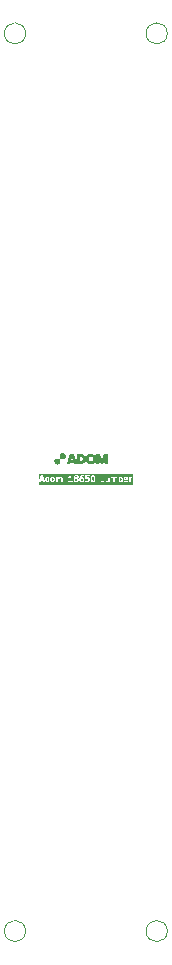
<source format=gbr>
%TF.GenerationSoftware,KiCad,Pcbnew,9.0.4*%
%TF.CreationDate,2025-10-20T17:14:21-05:00*%
%TF.ProjectId,Molecule_18650_Jumper,4d6f6c65-6375-46c6-955f-31383635305f,rev?*%
%TF.SameCoordinates,Original*%
%TF.FileFunction,Legend,Top*%
%TF.FilePolarity,Positive*%
%FSLAX46Y46*%
G04 Gerber Fmt 4.6, Leading zero omitted, Abs format (unit mm)*
G04 Created by KiCad (PCBNEW 9.0.4) date 2025-10-20 17:14:21*
%MOMM*%
%LPD*%
G01*
G04 APERTURE LIST*
%ADD10C,0.125000*%
%ADD11C,0.000000*%
%ADD12C,0.050000*%
%ADD13C,1.600000*%
G04 APERTURE END LIST*
D10*
G36*
X10998691Y40325847D02*
G01*
X11008155Y40316382D01*
X11020831Y40291031D01*
X11020831Y40177681D01*
X11008156Y40152331D01*
X10998691Y40142866D01*
X10973339Y40130190D01*
X10907736Y40130190D01*
X10907736Y40338523D01*
X10973339Y40338523D01*
X10998691Y40325847D01*
G37*
G36*
X4782739Y40130190D02*
G01*
X4717135Y40130190D01*
X4691785Y40142865D01*
X4682319Y40152330D01*
X4669644Y40177682D01*
X4669644Y40291031D01*
X4682320Y40316383D01*
X4691784Y40325847D01*
X4717136Y40338523D01*
X4782739Y40338523D01*
X4782739Y40130190D01*
G37*
G36*
X5236789Y40325847D02*
G01*
X5246253Y40316382D01*
X5258929Y40291031D01*
X5258929Y40177681D01*
X5246254Y40152331D01*
X5236789Y40142866D01*
X5211437Y40130190D01*
X5169516Y40130190D01*
X5144166Y40142865D01*
X5134700Y40152330D01*
X5122025Y40177682D01*
X5122025Y40291031D01*
X5134701Y40316383D01*
X5144165Y40325847D01*
X5169517Y40338523D01*
X5211437Y40338523D01*
X5236789Y40325847D01*
G37*
G36*
X7236788Y40278228D02*
G01*
X7246253Y40268762D01*
X7258929Y40243412D01*
X7258929Y40177681D01*
X7246254Y40152332D01*
X7236788Y40142866D01*
X7211437Y40130190D01*
X7145706Y40130190D01*
X7120356Y40142865D01*
X7110890Y40152330D01*
X7098215Y40177682D01*
X7098215Y40243412D01*
X7110891Y40268764D01*
X7120355Y40278228D01*
X7145707Y40290904D01*
X7211437Y40290904D01*
X7236788Y40278228D01*
G37*
G36*
X7236788Y40492513D02*
G01*
X7246254Y40483047D01*
X7257504Y40460547D01*
X7246254Y40438046D01*
X7236788Y40428580D01*
X7211437Y40415904D01*
X7145706Y40415904D01*
X7120356Y40428579D01*
X7110890Y40438044D01*
X7099639Y40460547D01*
X7110890Y40483049D01*
X7120356Y40492514D01*
X7145706Y40505190D01*
X7211437Y40505190D01*
X7236788Y40492513D01*
G37*
G36*
X7712978Y40302037D02*
G01*
X7722444Y40292571D01*
X7735119Y40267222D01*
X7735119Y40177681D01*
X7722444Y40152332D01*
X7712978Y40142866D01*
X7687627Y40130190D01*
X7621896Y40130190D01*
X7596546Y40142865D01*
X7587080Y40152330D01*
X7574405Y40177682D01*
X7574405Y40267222D01*
X7587080Y40292573D01*
X7596546Y40302038D01*
X7621896Y40314714D01*
X7687627Y40314714D01*
X7712978Y40302037D01*
G37*
G36*
X8641549Y40492513D02*
G01*
X8651014Y40483048D01*
X8667218Y40450639D01*
X8687499Y40369518D01*
X8687499Y40265861D01*
X8667218Y40184740D01*
X8651014Y40152331D01*
X8641549Y40142866D01*
X8616197Y40130190D01*
X8598085Y40130190D01*
X8572736Y40142864D01*
X8563270Y40152330D01*
X8547064Y40184740D01*
X8526785Y40265859D01*
X8526785Y40369520D01*
X8547064Y40450639D01*
X8563270Y40483049D01*
X8572736Y40492515D01*
X8598085Y40505190D01*
X8616197Y40505190D01*
X8641549Y40492513D01*
G37*
G36*
X11440071Y40331347D02*
G01*
X11336308Y40310594D01*
X11336308Y40314841D01*
X11344202Y40330629D01*
X11359990Y40338523D01*
X11425720Y40338523D01*
X11440071Y40331347D01*
G37*
G36*
X4329954Y40273047D02*
G01*
X4265287Y40273047D01*
X4297620Y40370046D01*
X4329954Y40273047D01*
G37*
G36*
X11989287Y39780781D02*
G01*
X4006112Y39780781D01*
X4006112Y40063259D01*
X4068612Y40063259D01*
X4090004Y40020475D01*
X4135385Y40005348D01*
X4178169Y40026740D01*
X4190247Y40047926D01*
X4223621Y40148047D01*
X4371620Y40148047D01*
X4404994Y40047926D01*
X4417072Y40026740D01*
X4459856Y40005348D01*
X4505237Y40020475D01*
X4526629Y40063259D01*
X4523580Y40087455D01*
X4450803Y40305785D01*
X4544644Y40305785D01*
X4544644Y40162928D01*
X4545254Y40159858D01*
X4544801Y40158498D01*
X4547448Y40148831D01*
X4549402Y40139010D01*
X4550415Y40137996D01*
X4551242Y40134978D01*
X4575051Y40087359D01*
X4581193Y40079444D01*
X4586760Y40071114D01*
X4610570Y40047305D01*
X4618903Y40041737D01*
X4626812Y40035599D01*
X4674431Y40011788D01*
X4677450Y40010961D01*
X4678464Y40009948D01*
X4688289Y40007993D01*
X4697951Y40005348D01*
X4699310Y40005801D01*
X4702382Y40005190D01*
X4797620Y40005190D01*
X4800691Y40005801D01*
X4802051Y40005348D01*
X4811707Y40007992D01*
X4821538Y40009948D01*
X4869157Y40009948D01*
X4902981Y40043772D01*
X4907739Y40067690D01*
X4907739Y40305785D01*
X4997025Y40305785D01*
X4997025Y40162928D01*
X4997635Y40159858D01*
X4997182Y40158498D01*
X4999829Y40148831D01*
X5001783Y40139010D01*
X5002796Y40137996D01*
X5003623Y40134978D01*
X5027432Y40087359D01*
X5033574Y40079444D01*
X5039141Y40071114D01*
X5062951Y40047305D01*
X5071284Y40041737D01*
X5079193Y40035599D01*
X5126812Y40011788D01*
X5129831Y40010961D01*
X5130845Y40009948D01*
X5140670Y40007993D01*
X5150332Y40005348D01*
X5151691Y40005801D01*
X5154763Y40005190D01*
X5226191Y40005190D01*
X5229262Y40005801D01*
X5230622Y40005348D01*
X5240278Y40007992D01*
X5250109Y40009948D01*
X5251123Y40010962D01*
X5254142Y40011789D01*
X5301761Y40035599D01*
X5309669Y40041737D01*
X5318003Y40047305D01*
X5341813Y40071114D01*
X5347377Y40079441D01*
X5353522Y40087359D01*
X5377331Y40134977D01*
X5378157Y40137996D01*
X5379171Y40139010D01*
X5381125Y40148837D01*
X5383771Y40158498D01*
X5383318Y40159856D01*
X5383929Y40162928D01*
X5383929Y40305785D01*
X5383318Y40308856D01*
X5383771Y40310215D01*
X5381125Y40319875D01*
X5379171Y40329703D01*
X5378157Y40330716D01*
X5377331Y40333736D01*
X5353522Y40381354D01*
X5347377Y40389271D01*
X5341814Y40397598D01*
X5338389Y40401023D01*
X5473215Y40401023D01*
X5473215Y40067690D01*
X5477973Y40043772D01*
X5511797Y40009948D01*
X5559633Y40009948D01*
X5593457Y40043772D01*
X5598215Y40067690D01*
X5598215Y40326681D01*
X5621898Y40338523D01*
X5663818Y40338523D01*
X5679607Y40330628D01*
X5687501Y40314841D01*
X5687501Y40067690D01*
X5692259Y40043772D01*
X5726083Y40009948D01*
X5773919Y40009948D01*
X5807743Y40043772D01*
X5812501Y40067690D01*
X5812501Y40314841D01*
X5820395Y40330629D01*
X5836183Y40338523D01*
X5878104Y40338523D01*
X5893893Y40330628D01*
X5901787Y40314841D01*
X5901787Y40067690D01*
X5906545Y40043772D01*
X5940369Y40009948D01*
X5988205Y40009948D01*
X6022029Y40043772D01*
X6026787Y40067690D01*
X6026787Y40329595D01*
X6026175Y40332666D01*
X6026629Y40334026D01*
X6023983Y40343687D01*
X6022029Y40353513D01*
X6021015Y40354526D01*
X6020189Y40357546D01*
X5996378Y40405165D01*
X5988748Y40414995D01*
X5987692Y40418164D01*
X5984807Y40420403D01*
X6497182Y40420403D01*
X6518575Y40377617D01*
X6563955Y40362490D01*
X6587475Y40368931D01*
X6635094Y40392740D01*
X6639882Y40396456D01*
X6639882Y40130190D01*
X6559525Y40130190D01*
X6535607Y40125432D01*
X6501783Y40091608D01*
X6501783Y40043772D01*
X6535607Y40009948D01*
X6559525Y40005190D01*
X6845239Y40005190D01*
X6869157Y40009948D01*
X6902981Y40043772D01*
X6902981Y40091608D01*
X6869157Y40125432D01*
X6845239Y40130190D01*
X6764882Y40130190D01*
X6764882Y40472452D01*
X6973215Y40472452D01*
X6973215Y40448642D01*
X6973825Y40445572D01*
X6973372Y40444212D01*
X6976019Y40434545D01*
X6977973Y40424724D01*
X6978986Y40423710D01*
X6979813Y40420692D01*
X7003622Y40373073D01*
X7009764Y40365158D01*
X7015331Y40356828D01*
X7018755Y40353404D01*
X7015330Y40349979D01*
X7009765Y40341650D01*
X7003622Y40333735D01*
X6979813Y40286116D01*
X6978986Y40283097D01*
X6977973Y40282084D01*
X6976019Y40272262D01*
X6973372Y40262596D01*
X6973825Y40261235D01*
X6973215Y40258166D01*
X6973215Y40162928D01*
X6973825Y40159858D01*
X6973372Y40158498D01*
X6976019Y40148831D01*
X6977973Y40139010D01*
X6978986Y40137996D01*
X6979813Y40134978D01*
X7003622Y40087359D01*
X7009764Y40079444D01*
X7015331Y40071114D01*
X7039141Y40047305D01*
X7047474Y40041737D01*
X7055383Y40035599D01*
X7103002Y40011788D01*
X7106021Y40010961D01*
X7107035Y40009948D01*
X7116860Y40007993D01*
X7126522Y40005348D01*
X7127881Y40005801D01*
X7130953Y40005190D01*
X7226191Y40005190D01*
X7229262Y40005801D01*
X7230622Y40005348D01*
X7240278Y40007992D01*
X7250109Y40009948D01*
X7251123Y40010962D01*
X7254142Y40011789D01*
X7301761Y40035599D01*
X7309672Y40041739D01*
X7318004Y40047306D01*
X7341813Y40071115D01*
X7347379Y40079446D01*
X7353520Y40087358D01*
X7377331Y40134977D01*
X7378157Y40137996D01*
X7379171Y40139010D01*
X7381125Y40148835D01*
X7383771Y40158497D01*
X7383317Y40159856D01*
X7383929Y40162928D01*
X7383929Y40258166D01*
X7383317Y40261237D01*
X7383771Y40262597D01*
X7381125Y40272258D01*
X7379171Y40282084D01*
X7378157Y40283097D01*
X7377331Y40286117D01*
X7353520Y40333736D01*
X7347381Y40341644D01*
X7341814Y40349978D01*
X7338388Y40353404D01*
X7449405Y40353404D01*
X7449405Y40162928D01*
X7450015Y40159858D01*
X7449562Y40158498D01*
X7452209Y40148831D01*
X7454163Y40139010D01*
X7455176Y40137996D01*
X7456003Y40134978D01*
X7479812Y40087359D01*
X7485954Y40079444D01*
X7491521Y40071114D01*
X7515331Y40047305D01*
X7523664Y40041737D01*
X7531573Y40035599D01*
X7579192Y40011788D01*
X7582211Y40010961D01*
X7583225Y40009948D01*
X7593050Y40007993D01*
X7602712Y40005348D01*
X7604071Y40005801D01*
X7607143Y40005190D01*
X7702381Y40005190D01*
X7705452Y40005801D01*
X7706812Y40005348D01*
X7716468Y40007992D01*
X7726299Y40009948D01*
X7727313Y40010962D01*
X7730332Y40011789D01*
X7777951Y40035599D01*
X7785862Y40041739D01*
X7794194Y40047306D01*
X7818003Y40071115D01*
X7823569Y40079446D01*
X7829710Y40087358D01*
X7853521Y40134977D01*
X7854347Y40137996D01*
X7855361Y40139010D01*
X7857315Y40148835D01*
X7859961Y40158497D01*
X7859507Y40159856D01*
X7860119Y40162928D01*
X7860119Y40281976D01*
X7859507Y40285047D01*
X7859961Y40286407D01*
X7857315Y40296068D01*
X7855361Y40305894D01*
X7854347Y40306907D01*
X7853521Y40309927D01*
X7840577Y40335814D01*
X7925905Y40335814D01*
X7928260Y40311541D01*
X7930353Y40308982D01*
X7930353Y40305678D01*
X7945222Y40290808D01*
X7958550Y40274519D01*
X7961841Y40274189D01*
X7964178Y40271853D01*
X7985215Y40271853D01*
X8006149Y40269760D01*
X8008707Y40271853D01*
X8012012Y40271853D01*
X8032289Y40285401D01*
X8048927Y40302039D01*
X8074276Y40314714D01*
X8163817Y40314714D01*
X8189168Y40302037D01*
X8198634Y40292571D01*
X8211309Y40267222D01*
X8211309Y40177681D01*
X8198634Y40152332D01*
X8189168Y40142866D01*
X8163817Y40130190D01*
X8074276Y40130190D01*
X8048927Y40142864D01*
X8032289Y40159503D01*
X8012012Y40173051D01*
X7964178Y40173051D01*
X7930353Y40139226D01*
X7930353Y40091392D01*
X7943901Y40071115D01*
X7967710Y40047306D01*
X7976041Y40041739D01*
X7983953Y40035599D01*
X8031572Y40011788D01*
X8034591Y40010961D01*
X8035605Y40009948D01*
X8045430Y40007993D01*
X8055092Y40005348D01*
X8056451Y40005801D01*
X8059523Y40005190D01*
X8178571Y40005190D01*
X8181642Y40005801D01*
X8183002Y40005348D01*
X8192658Y40007992D01*
X8202489Y40009948D01*
X8203503Y40010962D01*
X8206522Y40011789D01*
X8254141Y40035599D01*
X8262052Y40041739D01*
X8270384Y40047306D01*
X8294193Y40071115D01*
X8299759Y40079446D01*
X8305900Y40087358D01*
X8329711Y40134977D01*
X8330537Y40137996D01*
X8331551Y40139010D01*
X8333505Y40148835D01*
X8336151Y40158497D01*
X8335697Y40159856D01*
X8336309Y40162928D01*
X8336309Y40281976D01*
X8335697Y40285047D01*
X8336151Y40286407D01*
X8333505Y40296068D01*
X8331551Y40305894D01*
X8330537Y40306907D01*
X8329711Y40309927D01*
X8305900Y40357546D01*
X8299759Y40365457D01*
X8294193Y40373789D01*
X8290768Y40377214D01*
X8401785Y40377214D01*
X8401785Y40258166D01*
X8403278Y40250656D01*
X8403651Y40243008D01*
X8427460Y40147770D01*
X8430385Y40141577D01*
X8432193Y40134977D01*
X8456003Y40087358D01*
X8462143Y40079446D01*
X8467710Y40071115D01*
X8491519Y40047306D01*
X8499850Y40041739D01*
X8507762Y40035599D01*
X8555381Y40011788D01*
X8558400Y40010961D01*
X8559414Y40009948D01*
X8569239Y40007993D01*
X8578901Y40005348D01*
X8580260Y40005801D01*
X8583332Y40005190D01*
X8630951Y40005190D01*
X8634022Y40005801D01*
X8635382Y40005348D01*
X8645038Y40007992D01*
X8654869Y40009948D01*
X8655883Y40010962D01*
X8658902Y40011789D01*
X8706521Y40035599D01*
X8714429Y40041737D01*
X8722763Y40047305D01*
X8746573Y40071114D01*
X8752137Y40079441D01*
X8758282Y40087359D01*
X8760407Y40091608D01*
X9239875Y40091608D01*
X9239875Y40043772D01*
X9273699Y40009948D01*
X9297617Y40005190D01*
X9345236Y40005190D01*
X9355061Y40007144D01*
X9365000Y40008397D01*
X9436430Y40032207D01*
X9439151Y40033758D01*
X9440582Y40033758D01*
X9448904Y40039318D01*
X9457616Y40044285D01*
X9458257Y40045567D01*
X9460859Y40047306D01*
X9508478Y40094925D01*
X9510216Y40097527D01*
X9511500Y40098169D01*
X9516465Y40106879D01*
X9522026Y40115202D01*
X9522026Y40116634D01*
X9523577Y40119355D01*
X9547386Y40190783D01*
X9548639Y40200726D01*
X9550593Y40210547D01*
X9550593Y40401023D01*
X9663688Y40401023D01*
X9663688Y40139119D01*
X9664299Y40136047D01*
X9663846Y40134688D01*
X9666490Y40125031D01*
X9668446Y40115201D01*
X9669460Y40114186D01*
X9670287Y40111168D01*
X9694097Y40063549D01*
X9701725Y40053719D01*
X9702782Y40050551D01*
X9706310Y40047812D01*
X9709049Y40044284D01*
X9712217Y40043227D01*
X9722047Y40035599D01*
X9769666Y40011788D01*
X9772685Y40010961D01*
X9773699Y40009948D01*
X9783524Y40007993D01*
X9793186Y40005348D01*
X9794545Y40005801D01*
X9797617Y40005190D01*
X9869045Y40005190D01*
X9872116Y40005801D01*
X9873476Y40005348D01*
X9883132Y40007992D01*
X9892963Y40009948D01*
X9893977Y40010962D01*
X9896996Y40011789D01*
X9908808Y40017695D01*
X9916556Y40009948D01*
X9964392Y40009948D01*
X9998216Y40043772D01*
X10002974Y40067690D01*
X10002974Y40401023D01*
X10116069Y40401023D01*
X10116069Y40067690D01*
X10120827Y40043772D01*
X10154651Y40009948D01*
X10202487Y40009948D01*
X10236311Y40043772D01*
X10241069Y40067690D01*
X10241069Y40326681D01*
X10264752Y40338523D01*
X10306672Y40338523D01*
X10322461Y40330628D01*
X10330355Y40314841D01*
X10330355Y40067690D01*
X10335113Y40043772D01*
X10368937Y40009948D01*
X10416773Y40009948D01*
X10450597Y40043772D01*
X10455355Y40067690D01*
X10455355Y40314841D01*
X10463249Y40330629D01*
X10479037Y40338523D01*
X10520958Y40338523D01*
X10536747Y40330628D01*
X10544641Y40314841D01*
X10544641Y40067690D01*
X10549399Y40043772D01*
X10583223Y40009948D01*
X10631059Y40009948D01*
X10664883Y40043772D01*
X10669641Y40067690D01*
X10669641Y40329595D01*
X10669029Y40332666D01*
X10669483Y40334026D01*
X10666837Y40343687D01*
X10664883Y40353513D01*
X10663869Y40354526D01*
X10663043Y40357546D01*
X10641303Y40401023D01*
X10782736Y40401023D01*
X10782736Y39901023D01*
X10787494Y39877105D01*
X10821318Y39843281D01*
X10869154Y39843281D01*
X10902978Y39877105D01*
X10907736Y39901023D01*
X10907736Y40005190D01*
X10988093Y40005190D01*
X10991164Y40005801D01*
X10992524Y40005348D01*
X11002180Y40007992D01*
X11012011Y40009948D01*
X11013025Y40010962D01*
X11016044Y40011789D01*
X11063663Y40035599D01*
X11071571Y40041737D01*
X11079905Y40047305D01*
X11103715Y40071114D01*
X11109279Y40079441D01*
X11115424Y40087359D01*
X11139233Y40134977D01*
X11140059Y40137996D01*
X11141073Y40139010D01*
X11143027Y40148837D01*
X11145673Y40158498D01*
X11145220Y40159856D01*
X11145831Y40162928D01*
X11145831Y40305785D01*
X11145220Y40308856D01*
X11145673Y40310215D01*
X11143027Y40319875D01*
X11141094Y40329595D01*
X11211308Y40329595D01*
X11211308Y40139119D01*
X11211918Y40136049D01*
X11211465Y40134689D01*
X11214112Y40125022D01*
X11216066Y40115201D01*
X11217079Y40114187D01*
X11217906Y40111169D01*
X11241715Y40063550D01*
X11249345Y40053719D01*
X11250401Y40050551D01*
X11253928Y40047812D01*
X11256667Y40044285D01*
X11259835Y40043228D01*
X11269666Y40035599D01*
X11317285Y40011788D01*
X11320304Y40010961D01*
X11321318Y40009948D01*
X11331143Y40007993D01*
X11340805Y40005348D01*
X11342164Y40005801D01*
X11345236Y40005190D01*
X11440474Y40005190D01*
X11443545Y40005801D01*
X11444905Y40005348D01*
X11454561Y40007992D01*
X11464392Y40009948D01*
X11465406Y40010962D01*
X11468425Y40011789D01*
X11516044Y40035599D01*
X11535309Y40050551D01*
X11550436Y40095931D01*
X11529042Y40138716D01*
X11483662Y40153842D01*
X11460142Y40147402D01*
X11425720Y40130190D01*
X11359989Y40130190D01*
X11344202Y40138083D01*
X11336308Y40153873D01*
X11336308Y40183119D01*
X11524160Y40220690D01*
X11532690Y40224234D01*
X11535821Y40224234D01*
X11538045Y40226458D01*
X11546680Y40230046D01*
X11556774Y40245187D01*
X11569645Y40258058D01*
X11571469Y40267230D01*
X11573214Y40269847D01*
X11572600Y40272914D01*
X11574403Y40281976D01*
X11574403Y40329595D01*
X11573791Y40332666D01*
X11574245Y40334026D01*
X11571599Y40343687D01*
X11569645Y40353513D01*
X11568631Y40354526D01*
X11567805Y40357546D01*
X11546065Y40401023D01*
X11663688Y40401023D01*
X11663688Y40067690D01*
X11668446Y40043772D01*
X11702270Y40009948D01*
X11750106Y40009948D01*
X11783930Y40043772D01*
X11788688Y40067690D01*
X11788688Y40291031D01*
X11801364Y40316383D01*
X11810829Y40325848D01*
X11836180Y40338523D01*
X11869045Y40338523D01*
X11892963Y40343281D01*
X11926787Y40377105D01*
X11926787Y40424941D01*
X11892963Y40458765D01*
X11869045Y40463523D01*
X11821426Y40463523D01*
X11818354Y40462912D01*
X11816996Y40463365D01*
X11807335Y40460719D01*
X11797508Y40458765D01*
X11796494Y40457751D01*
X11793475Y40456925D01*
X11765789Y40443082D01*
X11750106Y40458765D01*
X11702270Y40458765D01*
X11668446Y40424941D01*
X11663688Y40401023D01*
X11546065Y40401023D01*
X11543994Y40405165D01*
X11536364Y40414995D01*
X11535308Y40418164D01*
X11531780Y40420902D01*
X11529042Y40424430D01*
X11525873Y40425485D01*
X11516043Y40433116D01*
X11468424Y40456925D01*
X11465405Y40457751D01*
X11464392Y40458765D01*
X11454570Y40460718D01*
X11444904Y40463366D01*
X11443543Y40462912D01*
X11440474Y40463523D01*
X11345236Y40463523D01*
X11342164Y40462912D01*
X11340806Y40463365D01*
X11331145Y40460719D01*
X11321318Y40458765D01*
X11320304Y40457751D01*
X11317285Y40456925D01*
X11269667Y40433116D01*
X11259833Y40425484D01*
X11256667Y40424429D01*
X11253930Y40420903D01*
X11250401Y40418164D01*
X11249344Y40414994D01*
X11241715Y40405164D01*
X11217906Y40357545D01*
X11217079Y40354526D01*
X11216066Y40353513D01*
X11214112Y40343691D01*
X11211465Y40334025D01*
X11211918Y40332664D01*
X11211308Y40329595D01*
X11141094Y40329595D01*
X11141073Y40329703D01*
X11140059Y40330716D01*
X11139233Y40333736D01*
X11115424Y40381354D01*
X11109279Y40389271D01*
X11103716Y40397598D01*
X11079906Y40421408D01*
X11071577Y40426972D01*
X11063662Y40433116D01*
X11016043Y40456925D01*
X11013024Y40457751D01*
X11012011Y40458765D01*
X11002189Y40460718D01*
X10992523Y40463366D01*
X10991162Y40462912D01*
X10988093Y40463523D01*
X10892855Y40463523D01*
X10889783Y40462912D01*
X10888425Y40463365D01*
X10878764Y40460719D01*
X10868937Y40458765D01*
X10821318Y40458765D01*
X10787494Y40424941D01*
X10782736Y40401023D01*
X10641303Y40401023D01*
X10639232Y40405165D01*
X10631602Y40414995D01*
X10630546Y40418164D01*
X10627018Y40420902D01*
X10624280Y40424430D01*
X10621111Y40425485D01*
X10611281Y40433116D01*
X10563662Y40456925D01*
X10560643Y40457751D01*
X10559630Y40458765D01*
X10549808Y40460718D01*
X10540142Y40463366D01*
X10538781Y40462912D01*
X10535712Y40463523D01*
X10464283Y40463523D01*
X10461211Y40462912D01*
X10459853Y40463365D01*
X10450192Y40460719D01*
X10440365Y40458765D01*
X10439351Y40457751D01*
X10436332Y40456925D01*
X10392854Y40435186D01*
X10349376Y40456925D01*
X10346357Y40457751D01*
X10345344Y40458765D01*
X10335522Y40460718D01*
X10325856Y40463366D01*
X10324495Y40462912D01*
X10321426Y40463523D01*
X10249998Y40463523D01*
X10246926Y40462912D01*
X10245568Y40463365D01*
X10235907Y40460719D01*
X10226080Y40458765D01*
X10225066Y40457751D01*
X10222047Y40456925D01*
X10210233Y40451018D01*
X10202487Y40458765D01*
X10154651Y40458765D01*
X10120827Y40424941D01*
X10116069Y40401023D01*
X10002974Y40401023D01*
X9998216Y40424941D01*
X9964392Y40458765D01*
X9916556Y40458765D01*
X9882732Y40424941D01*
X9877974Y40401023D01*
X9877974Y40142032D01*
X9854291Y40130190D01*
X9812370Y40130190D01*
X9796583Y40138083D01*
X9788688Y40153872D01*
X9788688Y40401023D01*
X9783930Y40424941D01*
X9750106Y40458765D01*
X9702270Y40458765D01*
X9668446Y40424941D01*
X9663688Y40401023D01*
X9550593Y40401023D01*
X9550593Y40567690D01*
X9545835Y40591608D01*
X9512011Y40625432D01*
X9464175Y40625432D01*
X9430351Y40591608D01*
X9425593Y40567690D01*
X9425593Y40220690D01*
X9409656Y40172879D01*
X9382904Y40146127D01*
X9335093Y40130190D01*
X9297617Y40130190D01*
X9273699Y40125432D01*
X9239875Y40091608D01*
X8760407Y40091608D01*
X8782091Y40134977D01*
X8783898Y40141578D01*
X8786823Y40147769D01*
X8810633Y40243007D01*
X8811005Y40250656D01*
X8812499Y40258166D01*
X8812499Y40377214D01*
X8811005Y40384723D01*
X8810633Y40392373D01*
X8786823Y40487611D01*
X8783898Y40493801D01*
X8782091Y40500403D01*
X8758282Y40548021D01*
X8752137Y40555938D01*
X8746573Y40564266D01*
X8722763Y40588075D01*
X8714429Y40593642D01*
X8706521Y40599781D01*
X8658902Y40623591D01*
X8655883Y40624417D01*
X8654869Y40625432D01*
X8645038Y40627387D01*
X8635382Y40630032D01*
X8634022Y40629578D01*
X8630951Y40630190D01*
X8583332Y40630190D01*
X8580260Y40629578D01*
X8578901Y40630032D01*
X8569239Y40627386D01*
X8559414Y40625432D01*
X8558400Y40624418D01*
X8555381Y40623592D01*
X8507762Y40599781D01*
X8499850Y40593640D01*
X8491519Y40588074D01*
X8467710Y40564265D01*
X8462143Y40555933D01*
X8456003Y40548022D01*
X8432193Y40500403D01*
X8430385Y40493802D01*
X8427460Y40487610D01*
X8403651Y40392372D01*
X8403278Y40384723D01*
X8401785Y40377214D01*
X8290768Y40377214D01*
X8270384Y40397598D01*
X8262052Y40403164D01*
X8254141Y40409305D01*
X8206522Y40433115D01*
X8203503Y40433941D01*
X8202489Y40434956D01*
X8192658Y40436911D01*
X8183002Y40439556D01*
X8181642Y40439102D01*
X8178571Y40439714D01*
X8061919Y40439714D01*
X8068466Y40505190D01*
X8249999Y40505190D01*
X8273917Y40509948D01*
X8307741Y40543772D01*
X8307741Y40591608D01*
X8273917Y40625432D01*
X8249999Y40630190D01*
X8011904Y40630190D01*
X7996949Y40627215D01*
X7993850Y40627525D01*
X7992353Y40626300D01*
X7987986Y40625432D01*
X7973108Y40610554D01*
X7956828Y40597234D01*
X7955529Y40592975D01*
X7954162Y40591608D01*
X7954162Y40588492D01*
X7949714Y40573908D01*
X7925905Y40335814D01*
X7840577Y40335814D01*
X7829710Y40357546D01*
X7823569Y40365457D01*
X7818003Y40373789D01*
X7794194Y40397598D01*
X7785862Y40403164D01*
X7777951Y40409305D01*
X7730332Y40433115D01*
X7727313Y40433941D01*
X7726299Y40434956D01*
X7716468Y40436911D01*
X7706812Y40439556D01*
X7705452Y40439102D01*
X7702381Y40439714D01*
X7607143Y40439714D01*
X7604530Y40439194D01*
X7631901Y40480251D01*
X7644165Y40492514D01*
X7669515Y40505190D01*
X7750000Y40505190D01*
X7773918Y40509948D01*
X7807742Y40543772D01*
X7807742Y40591608D01*
X7773918Y40625432D01*
X7750000Y40630190D01*
X7654762Y40630190D01*
X7651690Y40629578D01*
X7650331Y40630032D01*
X7640669Y40627386D01*
X7630844Y40625432D01*
X7629830Y40624418D01*
X7626811Y40623592D01*
X7579192Y40599781D01*
X7571283Y40593642D01*
X7562950Y40588075D01*
X7539140Y40564266D01*
X7535702Y40559121D01*
X7531330Y40554740D01*
X7483711Y40483311D01*
X7479636Y40473444D01*
X7475080Y40463800D01*
X7451271Y40368562D01*
X7450898Y40360913D01*
X7449405Y40353404D01*
X7338388Y40353404D01*
X7341813Y40356829D01*
X7347379Y40365160D01*
X7353520Y40373072D01*
X7377331Y40420691D01*
X7378157Y40423710D01*
X7379171Y40424724D01*
X7381125Y40434549D01*
X7383771Y40444211D01*
X7383317Y40445570D01*
X7383929Y40448642D01*
X7383929Y40472452D01*
X7383317Y40475523D01*
X7383771Y40476883D01*
X7381125Y40486544D01*
X7379171Y40496370D01*
X7378157Y40497383D01*
X7377331Y40500403D01*
X7353520Y40548022D01*
X7347379Y40555933D01*
X7341813Y40564265D01*
X7318004Y40588074D01*
X7309672Y40593640D01*
X7301761Y40599781D01*
X7254142Y40623591D01*
X7251123Y40624417D01*
X7250109Y40625432D01*
X7240278Y40627387D01*
X7230622Y40630032D01*
X7229262Y40629578D01*
X7226191Y40630190D01*
X7130953Y40630190D01*
X7127881Y40629578D01*
X7126522Y40630032D01*
X7116860Y40627386D01*
X7107035Y40625432D01*
X7106021Y40624418D01*
X7103002Y40623592D01*
X7055383Y40599781D01*
X7047474Y40593642D01*
X7039141Y40588075D01*
X7015331Y40564266D01*
X7009764Y40555935D01*
X7003622Y40548021D01*
X6979813Y40500402D01*
X6978986Y40497383D01*
X6977973Y40496370D01*
X6976019Y40486548D01*
X6973372Y40476882D01*
X6973825Y40475521D01*
X6973215Y40472452D01*
X6764882Y40472452D01*
X6764882Y40567690D01*
X6760124Y40591608D01*
X6755573Y40596158D01*
X6754312Y40602467D01*
X6739170Y40612561D01*
X6726300Y40625432D01*
X6719865Y40625432D01*
X6714510Y40629002D01*
X6696660Y40625432D01*
X6678464Y40625432D01*
X6673915Y40620883D01*
X6667605Y40619621D01*
X6650379Y40602359D01*
X6606191Y40536077D01*
X6570123Y40500009D01*
X6531575Y40480735D01*
X6512309Y40465783D01*
X6497182Y40420403D01*
X5984807Y40420403D01*
X5984164Y40420902D01*
X5981426Y40424430D01*
X5978257Y40425485D01*
X5968427Y40433116D01*
X5920808Y40456925D01*
X5917789Y40457751D01*
X5916776Y40458765D01*
X5906954Y40460718D01*
X5897288Y40463366D01*
X5895927Y40462912D01*
X5892858Y40463523D01*
X5821429Y40463523D01*
X5818357Y40462912D01*
X5816999Y40463365D01*
X5807338Y40460719D01*
X5797511Y40458765D01*
X5796497Y40457751D01*
X5793478Y40456925D01*
X5750000Y40435186D01*
X5706522Y40456925D01*
X5703503Y40457751D01*
X5702490Y40458765D01*
X5692668Y40460718D01*
X5683002Y40463366D01*
X5681641Y40462912D01*
X5678572Y40463523D01*
X5607144Y40463523D01*
X5604072Y40462912D01*
X5602714Y40463365D01*
X5593053Y40460719D01*
X5583226Y40458765D01*
X5582212Y40457751D01*
X5579193Y40456925D01*
X5567379Y40451018D01*
X5559633Y40458765D01*
X5511797Y40458765D01*
X5477973Y40424941D01*
X5473215Y40401023D01*
X5338389Y40401023D01*
X5318004Y40421408D01*
X5309675Y40426972D01*
X5301760Y40433116D01*
X5254141Y40456925D01*
X5251122Y40457751D01*
X5250109Y40458765D01*
X5240287Y40460718D01*
X5230621Y40463366D01*
X5229260Y40462912D01*
X5226191Y40463523D01*
X5154763Y40463523D01*
X5151691Y40462912D01*
X5150333Y40463365D01*
X5140672Y40460719D01*
X5130845Y40458765D01*
X5129831Y40457751D01*
X5126812Y40456925D01*
X5079194Y40433116D01*
X5071276Y40426971D01*
X5062950Y40421408D01*
X5039140Y40397598D01*
X5033575Y40389269D01*
X5027432Y40381354D01*
X5003623Y40333735D01*
X5002796Y40330716D01*
X5001783Y40329703D01*
X4999829Y40319881D01*
X4997182Y40310215D01*
X4997635Y40308854D01*
X4997025Y40305785D01*
X4907739Y40305785D01*
X4907739Y40567690D01*
X4902981Y40591608D01*
X4869157Y40625432D01*
X4821321Y40625432D01*
X4787497Y40591608D01*
X4782739Y40567690D01*
X4782739Y40463523D01*
X4702382Y40463523D01*
X4699310Y40462912D01*
X4697952Y40463365D01*
X4688291Y40460719D01*
X4678464Y40458765D01*
X4677450Y40457751D01*
X4674431Y40456925D01*
X4626813Y40433116D01*
X4618895Y40426971D01*
X4610569Y40421408D01*
X4586759Y40397598D01*
X4581194Y40389269D01*
X4575051Y40381354D01*
X4551242Y40333735D01*
X4550415Y40330716D01*
X4549402Y40329703D01*
X4547448Y40319881D01*
X4544801Y40310215D01*
X4545254Y40308854D01*
X4544644Y40305785D01*
X4450803Y40305785D01*
X4356913Y40587454D01*
X4344835Y40608640D01*
X4340658Y40610728D01*
X4338570Y40614905D01*
X4319775Y40621170D01*
X4302051Y40630032D01*
X4297620Y40628555D01*
X4293189Y40630032D01*
X4275465Y40621170D01*
X4256670Y40614905D01*
X4254581Y40610728D01*
X4250405Y40608640D01*
X4238327Y40587454D01*
X4071661Y40087454D01*
X4068612Y40063259D01*
X4006112Y40063259D01*
X4006112Y40692690D01*
X11989287Y40692690D01*
X11989287Y39780781D01*
G37*
D11*
%TO.C,REF\u002A\u002A*%
G36*
X5800000Y42000000D02*
G01*
X5800345Y41999973D01*
X5800684Y41999930D01*
X5801019Y41999870D01*
X5801347Y41999794D01*
X5801669Y41999703D01*
X5801985Y41999596D01*
X5802293Y41999474D01*
X5802594Y41999338D01*
X5802887Y41999187D01*
X5803172Y41999024D01*
X5803447Y41998847D01*
X5803714Y41998657D01*
X5803970Y41998455D01*
X5804217Y41998241D01*
X5804453Y41998016D01*
X5804678Y41997780D01*
X5804892Y41997534D01*
X5805094Y41997277D01*
X5805284Y41997010D01*
X5805460Y41996735D01*
X5805624Y41996450D01*
X5805774Y41996157D01*
X5805911Y41995856D01*
X5806033Y41995548D01*
X5806140Y41995232D01*
X5806231Y41994910D01*
X5806307Y41994582D01*
X5806367Y41994247D01*
X5806410Y41993908D01*
X5806437Y41993563D01*
X5806445Y41993214D01*
X5806445Y41681937D01*
X5806124Y41672591D01*
X5805422Y41663349D01*
X5804338Y41654223D01*
X5802869Y41645225D01*
X5801014Y41636366D01*
X5798772Y41627659D01*
X5796140Y41619115D01*
X5793118Y41610746D01*
X5789704Y41602563D01*
X5785897Y41594579D01*
X5781694Y41586806D01*
X5777094Y41579255D01*
X5772095Y41571937D01*
X5766697Y41564866D01*
X5760896Y41558052D01*
X5754693Y41551508D01*
X5746595Y41543921D01*
X5738092Y41536944D01*
X5729206Y41530576D01*
X5719959Y41524813D01*
X5710374Y41519652D01*
X5700471Y41515091D01*
X5690273Y41511127D01*
X5679803Y41507756D01*
X5669081Y41504975D01*
X5658131Y41502783D01*
X5646975Y41501175D01*
X5635633Y41500150D01*
X5624130Y41499704D01*
X5612485Y41499834D01*
X5600722Y41500537D01*
X5588863Y41501811D01*
X5576929Y41503653D01*
X5564943Y41506059D01*
X5552926Y41509027D01*
X5540901Y41512554D01*
X5516915Y41521273D01*
X5493160Y41532193D01*
X5469813Y41545291D01*
X5458348Y41552649D01*
X5447050Y41560543D01*
X5435943Y41568970D01*
X5425048Y41577927D01*
X5414387Y41587411D01*
X5403983Y41597419D01*
X5403982Y41597482D01*
X5393980Y41607887D01*
X5384502Y41618548D01*
X5375550Y41629443D01*
X5367128Y41640550D01*
X5359238Y41651847D01*
X5351884Y41663313D01*
X5345068Y41674924D01*
X5338793Y41686660D01*
X5333062Y41698497D01*
X5327878Y41710415D01*
X5323244Y41722390D01*
X5319163Y41734401D01*
X5315637Y41746426D01*
X5312670Y41758442D01*
X5310264Y41770429D01*
X5308423Y41782362D01*
X5307149Y41794222D01*
X5306445Y41805985D01*
X5306314Y41817629D01*
X5306759Y41829133D01*
X5307782Y41840474D01*
X5309388Y41851631D01*
X5311578Y41862581D01*
X5314355Y41873302D01*
X5317723Y41883773D01*
X5321684Y41893970D01*
X5326242Y41903873D01*
X5331398Y41913459D01*
X5337156Y41922706D01*
X5343519Y41931592D01*
X5350490Y41940095D01*
X5358072Y41948193D01*
X5364779Y41954551D01*
X5371771Y41960483D01*
X5379035Y41965991D01*
X5386558Y41971076D01*
X5394327Y41975743D01*
X5402330Y41979991D01*
X5410553Y41983825D01*
X5418984Y41987245D01*
X5427611Y41990255D01*
X5436419Y41992856D01*
X5445396Y41995051D01*
X5454530Y41996842D01*
X5463808Y41998230D01*
X5473217Y41999220D01*
X5482743Y41999812D01*
X5492374Y42000009D01*
X5799651Y42000009D01*
X5800000Y42000000D01*
G37*
G36*
X6000469Y42500056D02*
G01*
X6012232Y42499353D01*
X6024092Y42498079D01*
X6036026Y42496237D01*
X6048012Y42493831D01*
X6060028Y42490863D01*
X6072053Y42487336D01*
X6096039Y42478617D01*
X6119794Y42467697D01*
X6143141Y42454599D01*
X6154607Y42447241D01*
X6165904Y42439347D01*
X6177011Y42430920D01*
X6187906Y42421963D01*
X6198567Y42412480D01*
X6208972Y42402471D01*
X6208972Y42402408D01*
X6218974Y42392003D01*
X6228453Y42381342D01*
X6237404Y42370447D01*
X6245827Y42359340D01*
X6253716Y42348043D01*
X6261071Y42336577D01*
X6267887Y42324966D01*
X6274162Y42313230D01*
X6279892Y42301393D01*
X6285076Y42289475D01*
X6289710Y42277500D01*
X6293792Y42265489D01*
X6297317Y42253464D01*
X6300284Y42241448D01*
X6302690Y42229462D01*
X6304531Y42217528D01*
X6305806Y42205668D01*
X6306510Y42193905D01*
X6306641Y42182261D01*
X6306196Y42170757D01*
X6305172Y42159416D01*
X6303567Y42148259D01*
X6301377Y42137309D01*
X6298599Y42126588D01*
X6295231Y42116117D01*
X6291270Y42105920D01*
X6286713Y42096017D01*
X6281557Y42086431D01*
X6275798Y42077184D01*
X6269435Y42068298D01*
X6262464Y42059795D01*
X6254882Y42051697D01*
X6248175Y42045339D01*
X6241184Y42039407D01*
X6233920Y42033900D01*
X6226397Y42028814D01*
X6218627Y42024148D01*
X6210625Y42019899D01*
X6202401Y42016065D01*
X6193970Y42012645D01*
X6185344Y42009635D01*
X6176536Y42007034D01*
X6167558Y42004839D01*
X6158424Y42003049D01*
X6149146Y42001660D01*
X6139738Y42000670D01*
X6130212Y42000078D01*
X6120580Y41999882D01*
X5813303Y41999882D01*
X5812954Y41999890D01*
X5812610Y41999917D01*
X5812270Y41999960D01*
X5811936Y42000020D01*
X5811607Y42000096D01*
X5811285Y42000188D01*
X5810970Y42000294D01*
X5810661Y42000416D01*
X5810360Y42000553D01*
X5810067Y42000703D01*
X5809783Y42000867D01*
X5809507Y42001044D01*
X5809241Y42001233D01*
X5808984Y42001435D01*
X5808737Y42001649D01*
X5808501Y42001874D01*
X5808276Y42002110D01*
X5808062Y42002357D01*
X5807861Y42002613D01*
X5807671Y42002880D01*
X5807494Y42003156D01*
X5807330Y42003440D01*
X5807180Y42003733D01*
X5807044Y42004034D01*
X5806922Y42004342D01*
X5806815Y42004658D01*
X5806723Y42004980D01*
X5806647Y42005308D01*
X5806587Y42005643D01*
X5806544Y42005982D01*
X5806518Y42006327D01*
X5806509Y42006676D01*
X5806509Y42317953D01*
X5806830Y42327299D01*
X5807532Y42336541D01*
X5808617Y42345667D01*
X5810086Y42354665D01*
X5811941Y42363524D01*
X5814183Y42372231D01*
X5816814Y42380775D01*
X5819836Y42389144D01*
X5823250Y42397327D01*
X5827058Y42405311D01*
X5831261Y42413084D01*
X5835861Y42420635D01*
X5840859Y42427953D01*
X5846258Y42435024D01*
X5852058Y42441838D01*
X5858261Y42448382D01*
X5866359Y42455969D01*
X5874862Y42462946D01*
X5883748Y42469314D01*
X5892995Y42475077D01*
X5902581Y42480238D01*
X5912484Y42484799D01*
X5922681Y42488763D01*
X5933152Y42492134D01*
X5943873Y42494915D01*
X5954823Y42497107D01*
X5965980Y42498715D01*
X5977321Y42499740D01*
X5988825Y42500186D01*
X6000469Y42500056D01*
G37*
G36*
X8435733Y42406109D02*
G01*
X8450883Y42405404D01*
X8465865Y42404238D01*
X8480672Y42402617D01*
X8495300Y42400547D01*
X8509739Y42398035D01*
X8523985Y42395087D01*
X8538031Y42391710D01*
X8551869Y42387911D01*
X8565494Y42383696D01*
X8578898Y42379072D01*
X8592076Y42374044D01*
X8605020Y42368620D01*
X8617724Y42362807D01*
X8630182Y42356610D01*
X8642387Y42350036D01*
X8654332Y42343093D01*
X8666010Y42335785D01*
X8677416Y42328121D01*
X8688543Y42320105D01*
X8699383Y42311746D01*
X8709931Y42303049D01*
X8720179Y42294021D01*
X8730122Y42284669D01*
X8739752Y42274999D01*
X8749064Y42265017D01*
X8758050Y42254731D01*
X8766704Y42244146D01*
X8775019Y42233269D01*
X8782989Y42222107D01*
X8790607Y42210667D01*
X8797867Y42198954D01*
X8797867Y42199081D01*
X8799116Y42197726D01*
X8800395Y42196480D01*
X8801700Y42195340D01*
X8803027Y42194299D01*
X8804370Y42193355D01*
X8805725Y42192502D01*
X8807087Y42191737D01*
X8808452Y42191055D01*
X8809816Y42190452D01*
X8811173Y42189923D01*
X8812519Y42189465D01*
X8813850Y42189072D01*
X8815160Y42188741D01*
X8816446Y42188466D01*
X8817702Y42188245D01*
X8818925Y42188072D01*
X8821250Y42187854D01*
X8823384Y42187777D01*
X8825291Y42187807D01*
X8826933Y42187910D01*
X8828274Y42188050D01*
X8829278Y42188193D01*
X8830125Y42188350D01*
X8830981Y42188574D01*
X8833283Y42189345D01*
X8834851Y42189982D01*
X8836631Y42190811D01*
X8838573Y42191851D01*
X8840626Y42193120D01*
X8842741Y42194637D01*
X8843806Y42195494D01*
X8844868Y42196420D01*
X8845920Y42197418D01*
X8846957Y42198489D01*
X8847971Y42199635D01*
X8848957Y42200860D01*
X8849909Y42202165D01*
X8850820Y42203553D01*
X8851684Y42205027D01*
X8852495Y42206587D01*
X8853246Y42208237D01*
X8853931Y42209980D01*
X8854545Y42211816D01*
X8855080Y42213750D01*
X8855207Y42213242D01*
X8855207Y42361895D01*
X8855248Y42363510D01*
X8855369Y42365104D01*
X8855568Y42366675D01*
X8855844Y42368220D01*
X8856194Y42369738D01*
X8856617Y42371227D01*
X8857110Y42372685D01*
X8857671Y42374110D01*
X8858299Y42375500D01*
X8858991Y42376852D01*
X8859746Y42378166D01*
X8860562Y42379439D01*
X8861436Y42380668D01*
X8862367Y42381853D01*
X8863353Y42382991D01*
X8864391Y42384080D01*
X8865480Y42385119D01*
X8866618Y42386104D01*
X8867803Y42387035D01*
X8869033Y42387910D01*
X8870306Y42388725D01*
X8871619Y42389480D01*
X8872972Y42390173D01*
X8874362Y42390800D01*
X8875786Y42391362D01*
X8877244Y42391855D01*
X8878733Y42392277D01*
X8880251Y42392627D01*
X8881797Y42392903D01*
X8883367Y42393102D01*
X8884961Y42393223D01*
X8886577Y42393264D01*
X9135814Y42393264D01*
X9136983Y42393241D01*
X9138145Y42393173D01*
X9139299Y42393061D01*
X9140443Y42392906D01*
X9141576Y42392707D01*
X9142698Y42392466D01*
X9143807Y42392184D01*
X9144902Y42391861D01*
X9145983Y42391498D01*
X9147047Y42391096D01*
X9148094Y42390655D01*
X9149123Y42390177D01*
X9150134Y42389661D01*
X9151123Y42389109D01*
X9152092Y42388521D01*
X9153038Y42387898D01*
X9153961Y42387241D01*
X9154859Y42386551D01*
X9155732Y42385828D01*
X9156578Y42385072D01*
X9157396Y42384286D01*
X9158185Y42383468D01*
X9158945Y42382621D01*
X9159674Y42381745D01*
X9160371Y42380840D01*
X9161034Y42379907D01*
X9161664Y42378948D01*
X9162258Y42377962D01*
X9162816Y42376950D01*
X9163337Y42375914D01*
X9163819Y42374853D01*
X9164262Y42373770D01*
X9356921Y41875231D01*
X9356947Y41875162D01*
X9356978Y41875098D01*
X9357013Y41875038D01*
X9357052Y41874984D01*
X9357094Y41874934D01*
X9357140Y41874888D01*
X9357189Y41874847D01*
X9357240Y41874811D01*
X9357294Y41874780D01*
X9357351Y41874753D01*
X9357408Y41874730D01*
X9357468Y41874712D01*
X9357528Y41874698D01*
X9357590Y41874689D01*
X9357652Y41874684D01*
X9357715Y41874683D01*
X9357777Y41874687D01*
X9357839Y41874695D01*
X9357901Y41874707D01*
X9357961Y41874723D01*
X9358021Y41874744D01*
X9358079Y41874768D01*
X9358135Y41874797D01*
X9358189Y41874829D01*
X9358241Y41874866D01*
X9358289Y41874906D01*
X9358335Y41874951D01*
X9358378Y41874999D01*
X9358417Y41875052D01*
X9358452Y41875108D01*
X9358482Y41875167D01*
X9358509Y41875231D01*
X9546723Y42373515D01*
X9547648Y42375684D01*
X9548727Y42377755D01*
X9549951Y42379724D01*
X9551312Y42381584D01*
X9552803Y42383329D01*
X9554413Y42384954D01*
X9556136Y42386453D01*
X9557962Y42387819D01*
X9559883Y42389046D01*
X9561892Y42390130D01*
X9563979Y42391063D01*
X9566136Y42391839D01*
X9568354Y42392454D01*
X9570626Y42392900D01*
X9572944Y42393172D01*
X9575297Y42393264D01*
X9823202Y42393264D01*
X9824817Y42393223D01*
X9826411Y42393102D01*
X9827982Y42392903D01*
X9829527Y42392627D01*
X9831045Y42392277D01*
X9832534Y42391855D01*
X9833992Y42391362D01*
X9835417Y42390800D01*
X9836807Y42390173D01*
X9838159Y42389480D01*
X9839473Y42388725D01*
X9840746Y42387910D01*
X9841975Y42387035D01*
X9843160Y42386104D01*
X9844298Y42385119D01*
X9845387Y42384080D01*
X9846426Y42382991D01*
X9847412Y42381853D01*
X9848342Y42380668D01*
X9849217Y42379438D01*
X9850032Y42378166D01*
X9850787Y42376852D01*
X9851480Y42375500D01*
X9852108Y42374110D01*
X9852669Y42372685D01*
X9853162Y42371227D01*
X9853584Y42369738D01*
X9853934Y42368220D01*
X9854210Y42366675D01*
X9854409Y42365104D01*
X9854531Y42363510D01*
X9854571Y42361895D01*
X9854571Y41564970D01*
X9854531Y41563355D01*
X9854409Y41561761D01*
X9854210Y41560190D01*
X9853934Y41558645D01*
X9853584Y41557127D01*
X9853162Y41555638D01*
X9852669Y41554180D01*
X9852108Y41552755D01*
X9851480Y41551366D01*
X9850787Y41550013D01*
X9850032Y41548699D01*
X9849217Y41547427D01*
X9848342Y41546197D01*
X9847412Y41545012D01*
X9846426Y41543874D01*
X9845387Y41542785D01*
X9844298Y41541746D01*
X9843160Y41540761D01*
X9841975Y41539830D01*
X9840746Y41538956D01*
X9839473Y41538140D01*
X9838159Y41537385D01*
X9836807Y41536693D01*
X9835417Y41536065D01*
X9833992Y41535503D01*
X9832534Y41535010D01*
X9831045Y41534588D01*
X9829527Y41534238D01*
X9827982Y41533962D01*
X9826411Y41533763D01*
X9824817Y41533642D01*
X9823202Y41533601D01*
X9629083Y41533601D01*
X9627468Y41533642D01*
X9625874Y41533763D01*
X9624303Y41533962D01*
X9622758Y41534238D01*
X9621239Y41534588D01*
X9619750Y41535010D01*
X9618293Y41535503D01*
X9616868Y41536065D01*
X9615478Y41536693D01*
X9614125Y41537385D01*
X9612812Y41538140D01*
X9611539Y41538956D01*
X9610309Y41539830D01*
X9609124Y41540761D01*
X9607986Y41541746D01*
X9606897Y41542785D01*
X9605859Y41543874D01*
X9604873Y41545012D01*
X9603942Y41546197D01*
X9603068Y41547427D01*
X9602252Y41548699D01*
X9601497Y41550013D01*
X9600805Y41551366D01*
X9600177Y41552755D01*
X9599616Y41554180D01*
X9599123Y41555638D01*
X9598700Y41557127D01*
X9598350Y41558645D01*
X9598075Y41560190D01*
X9597875Y41561761D01*
X9597754Y41563355D01*
X9597714Y41564970D01*
X9597714Y41927110D01*
X9597710Y41927198D01*
X9597698Y41927280D01*
X9597680Y41927358D01*
X9597656Y41927431D01*
X9597625Y41927500D01*
X9597588Y41927564D01*
X9597547Y41927623D01*
X9597500Y41927677D01*
X9597449Y41927726D01*
X9597395Y41927771D01*
X9597336Y41927810D01*
X9597275Y41927844D01*
X9597211Y41927873D01*
X9597144Y41927896D01*
X9597076Y41927915D01*
X9597007Y41927928D01*
X9596937Y41927936D01*
X9596866Y41927938D01*
X9596795Y41927935D01*
X9596724Y41927926D01*
X9596655Y41927911D01*
X9596586Y41927891D01*
X9596519Y41927865D01*
X9596454Y41927834D01*
X9596392Y41927796D01*
X9596333Y41927753D01*
X9596277Y41927703D01*
X9596225Y41927648D01*
X9596177Y41927586D01*
X9596133Y41927519D01*
X9596095Y41927445D01*
X9596063Y41927364D01*
X9468491Y41554239D01*
X9467608Y41551977D01*
X9466562Y41549815D01*
X9465360Y41547759D01*
X9464012Y41545817D01*
X9462527Y41543993D01*
X9460912Y41542295D01*
X9459177Y41540729D01*
X9457331Y41539300D01*
X9455382Y41538016D01*
X9453339Y41536883D01*
X9451211Y41535906D01*
X9449006Y41535093D01*
X9446734Y41534450D01*
X9444403Y41533983D01*
X9442021Y41533698D01*
X9439598Y41533601D01*
X9271324Y41533601D01*
X9270102Y41533625D01*
X9268890Y41533698D01*
X9267690Y41533817D01*
X9266501Y41533983D01*
X9265326Y41534194D01*
X9264164Y41534450D01*
X9263018Y41534750D01*
X9261889Y41535093D01*
X9260777Y41535479D01*
X9259683Y41535906D01*
X9258609Y41536375D01*
X9257555Y41536883D01*
X9256523Y41537430D01*
X9255514Y41538016D01*
X9254528Y41538640D01*
X9253567Y41539300D01*
X9252632Y41539997D01*
X9251724Y41540729D01*
X9250844Y41541495D01*
X9249993Y41542295D01*
X9249172Y41543128D01*
X9248383Y41543993D01*
X9247625Y41544890D01*
X9246901Y41545817D01*
X9246211Y41546774D01*
X9245556Y41547759D01*
X9244938Y41548773D01*
X9244357Y41549815D01*
X9243815Y41550883D01*
X9243313Y41551977D01*
X9242851Y41553095D01*
X9242431Y41554239D01*
X9113653Y41930921D01*
X9113620Y41931006D01*
X9113582Y41931085D01*
X9113539Y41931157D01*
X9113491Y41931222D01*
X9113439Y41931281D01*
X9113383Y41931332D01*
X9113323Y41931378D01*
X9113261Y41931417D01*
X9113196Y41931449D01*
X9113129Y41931476D01*
X9113061Y41931496D01*
X9112991Y41931510D01*
X9112920Y41931518D01*
X9112849Y41931520D01*
X9112779Y41931517D01*
X9112708Y41931508D01*
X9112639Y41931493D01*
X9112571Y41931473D01*
X9112505Y41931447D01*
X9112440Y41931417D01*
X9112379Y41931381D01*
X9112321Y41931339D01*
X9112266Y41931293D01*
X9112215Y41931242D01*
X9112169Y41931186D01*
X9112127Y41931125D01*
X9112090Y41931060D01*
X9112060Y41930990D01*
X9112035Y41930916D01*
X9112017Y41930837D01*
X9112006Y41930754D01*
X9112002Y41930667D01*
X9112002Y41564970D01*
X9111961Y41563355D01*
X9111840Y41561761D01*
X9111641Y41560190D01*
X9111365Y41558645D01*
X9111015Y41557127D01*
X9110592Y41555638D01*
X9110099Y41554180D01*
X9109538Y41552755D01*
X9108910Y41551366D01*
X9108218Y41550013D01*
X9107463Y41548699D01*
X9106647Y41547427D01*
X9105773Y41546197D01*
X9104842Y41545012D01*
X9103856Y41543874D01*
X9102818Y41542785D01*
X9101729Y41541746D01*
X9100591Y41540761D01*
X9099406Y41539830D01*
X9098176Y41538956D01*
X9096904Y41538140D01*
X9095590Y41537385D01*
X9094237Y41536693D01*
X9092848Y41536065D01*
X9091423Y41535503D01*
X9089965Y41535010D01*
X9088476Y41534588D01*
X9086958Y41534238D01*
X9085412Y41533962D01*
X9083842Y41533763D01*
X9082248Y41533642D01*
X9080633Y41533601D01*
X8886513Y41533601D01*
X8884898Y41533642D01*
X8883304Y41533763D01*
X8881734Y41533962D01*
X8880188Y41534238D01*
X8878670Y41534588D01*
X8877181Y41535010D01*
X8875723Y41535503D01*
X8874298Y41536065D01*
X8872909Y41536693D01*
X8871556Y41537385D01*
X8870243Y41538140D01*
X8868970Y41538956D01*
X8867740Y41539830D01*
X8866555Y41540761D01*
X8865417Y41541746D01*
X8864328Y41542785D01*
X8863290Y41543874D01*
X8862304Y41545012D01*
X8861373Y41546197D01*
X8860499Y41547427D01*
X8859683Y41548699D01*
X8858928Y41550013D01*
X8858236Y41551366D01*
X8857608Y41552755D01*
X8857047Y41554180D01*
X8856554Y41555638D01*
X8856131Y41557127D01*
X8855781Y41558645D01*
X8855505Y41560190D01*
X8855306Y41561761D01*
X8855185Y41563355D01*
X8855144Y41564970D01*
X8855144Y41718894D01*
X8855017Y41718386D01*
X8854488Y41720319D01*
X8853879Y41722156D01*
X8853198Y41723898D01*
X8852450Y41725549D01*
X8851642Y41727109D01*
X8850781Y41728582D01*
X8849872Y41729970D01*
X8848921Y41731276D01*
X8847936Y41732500D01*
X8846922Y41733647D01*
X8845885Y41734718D01*
X8844833Y41735715D01*
X8843770Y41736641D01*
X8842704Y41737499D01*
X8841641Y41738289D01*
X8840587Y41739016D01*
X8838530Y41740285D01*
X8836585Y41741325D01*
X8834801Y41742154D01*
X8833229Y41742791D01*
X8831919Y41743254D01*
X8830921Y41743562D01*
X8830062Y41743786D01*
X8829215Y41743942D01*
X8826871Y41744226D01*
X8825229Y41744328D01*
X8823324Y41744359D01*
X8821192Y41744282D01*
X8818870Y41744064D01*
X8816394Y41743669D01*
X8813802Y41743064D01*
X8811131Y41742212D01*
X8809776Y41741684D01*
X8808416Y41741080D01*
X8807054Y41740398D01*
X8805696Y41739633D01*
X8804345Y41738781D01*
X8803006Y41737837D01*
X8801684Y41736796D01*
X8800384Y41735655D01*
X8799110Y41734409D01*
X8797867Y41733055D01*
X8797867Y41733372D01*
X8782989Y41710149D01*
X8766704Y41688044D01*
X8749064Y41667109D01*
X8730121Y41647397D01*
X8709929Y41628961D01*
X8688540Y41611852D01*
X8666006Y41596124D01*
X8642379Y41581829D01*
X8617713Y41569020D01*
X8592061Y41557747D01*
X8565473Y41548066D01*
X8538004Y41540027D01*
X8509706Y41533683D01*
X8480630Y41529086D01*
X8450831Y41526290D01*
X8420360Y41525346D01*
X8396971Y41525897D01*
X8373968Y41527536D01*
X8351375Y41530238D01*
X8329215Y41533980D01*
X8307511Y41538740D01*
X8286287Y41544494D01*
X8265565Y41551218D01*
X8245369Y41558890D01*
X8225723Y41567486D01*
X8206648Y41576983D01*
X8188170Y41587358D01*
X8170310Y41598587D01*
X8153093Y41610648D01*
X8136541Y41623516D01*
X8120678Y41637170D01*
X8105526Y41651584D01*
X8099517Y41657719D01*
X8093634Y41663976D01*
X8087879Y41670356D01*
X8082254Y41676855D01*
X8076759Y41683473D01*
X8071397Y41690207D01*
X8066169Y41697057D01*
X8061077Y41704019D01*
X8056121Y41711094D01*
X8051303Y41718278D01*
X8046626Y41725570D01*
X8042090Y41732969D01*
X8037697Y41740473D01*
X8033448Y41748081D01*
X8029345Y41755789D01*
X8025389Y41763598D01*
X8024297Y41765387D01*
X8023142Y41767063D01*
X8021931Y41768632D01*
X8020671Y41770096D01*
X8019368Y41771459D01*
X8018028Y41772725D01*
X8016658Y41773897D01*
X8015263Y41774979D01*
X8013851Y41775974D01*
X8012428Y41776886D01*
X8011000Y41777720D01*
X8009573Y41778477D01*
X8008154Y41779163D01*
X8006749Y41779780D01*
X8005364Y41780332D01*
X8004006Y41780823D01*
X8001396Y41781635D01*
X7998969Y41782245D01*
X7996776Y41782682D01*
X7994868Y41782976D01*
X7993295Y41783153D01*
X7992109Y41783245D01*
X7991100Y41783283D01*
X7990051Y41783251D01*
X7987187Y41782979D01*
X7985207Y41782670D01*
X7982932Y41782202D01*
X7980415Y41781541D01*
X7977709Y41780656D01*
X7974867Y41779512D01*
X7971941Y41778077D01*
X7970463Y41777240D01*
X7968985Y41776318D01*
X7967512Y41775307D01*
X7966052Y41774202D01*
X7964610Y41772999D01*
X7963194Y41771695D01*
X7961810Y41770285D01*
X7960465Y41768765D01*
X7959165Y41767131D01*
X7957917Y41765378D01*
X7956727Y41763504D01*
X7955603Y41761503D01*
X7955603Y41761884D01*
X7951865Y41754476D01*
X7947984Y41747161D01*
X7943962Y41739941D01*
X7939799Y41732816D01*
X7935495Y41725791D01*
X7931052Y41718865D01*
X7926470Y41712041D01*
X7921750Y41705321D01*
X7916892Y41698707D01*
X7911897Y41692200D01*
X7906765Y41685802D01*
X7901498Y41679516D01*
X7896096Y41673343D01*
X7890559Y41667285D01*
X7884889Y41661344D01*
X7879086Y41655521D01*
X7863479Y41640997D01*
X7847150Y41627363D01*
X7830116Y41614624D01*
X7812396Y41602787D01*
X7794006Y41591860D01*
X7774964Y41581848D01*
X7755289Y41572758D01*
X7734996Y41564597D01*
X7714105Y41557371D01*
X7692632Y41551088D01*
X7670595Y41545753D01*
X7648012Y41541373D01*
X7624900Y41537955D01*
X7601277Y41535505D01*
X7577161Y41534031D01*
X7552569Y41533538D01*
X7040568Y41533538D01*
X7039552Y41533555D01*
X7038542Y41533608D01*
X7037538Y41533696D01*
X7036541Y41533819D01*
X7035552Y41533975D01*
X7034571Y41534165D01*
X7033600Y41534388D01*
X7032639Y41534644D01*
X7031690Y41534932D01*
X7030753Y41535252D01*
X7029829Y41535603D01*
X7028918Y41535985D01*
X7028022Y41536398D01*
X7027142Y41536841D01*
X7026278Y41537314D01*
X7025431Y41537816D01*
X7024602Y41538347D01*
X7023793Y41538906D01*
X7023002Y41539493D01*
X7022233Y41540108D01*
X7021485Y41540749D01*
X7020759Y41541418D01*
X7020056Y41542113D01*
X7019378Y41542833D01*
X7018724Y41543579D01*
X7018096Y41544350D01*
X7017494Y41545146D01*
X7016920Y41545965D01*
X7016374Y41546809D01*
X7015857Y41547675D01*
X7015370Y41548564D01*
X7014914Y41549476D01*
X7007716Y41563325D01*
X6999620Y41576534D01*
X6990660Y41589069D01*
X6980870Y41600894D01*
X6970282Y41611975D01*
X6958929Y41622276D01*
X6946845Y41631763D01*
X6934063Y41640400D01*
X6920615Y41648152D01*
X6906535Y41654985D01*
X6891856Y41660862D01*
X6876611Y41665749D01*
X6860833Y41669612D01*
X6844556Y41672414D01*
X6827812Y41674121D01*
X6810635Y41674698D01*
X6801992Y41674553D01*
X6793449Y41674119D01*
X6785012Y41673402D01*
X6776683Y41672405D01*
X6768468Y41671134D01*
X6760371Y41669593D01*
X6752396Y41667785D01*
X6744548Y41665716D01*
X6736831Y41663389D01*
X6729249Y41660810D01*
X6721808Y41657983D01*
X6714510Y41654911D01*
X6707361Y41651600D01*
X6700365Y41648054D01*
X6693526Y41644277D01*
X6686849Y41640273D01*
X6680339Y41636048D01*
X6673998Y41631605D01*
X6667833Y41626949D01*
X6661847Y41622084D01*
X6656044Y41617015D01*
X6650430Y41611746D01*
X6645008Y41606282D01*
X6639783Y41600626D01*
X6634759Y41594784D01*
X6629941Y41588760D01*
X6625332Y41582557D01*
X6620938Y41576181D01*
X6616763Y41569637D01*
X6612811Y41562927D01*
X6609086Y41556057D01*
X6605593Y41549032D01*
X6604675Y41547277D01*
X6603640Y41545613D01*
X6602495Y41544041D01*
X6601246Y41542565D01*
X6599900Y41541189D01*
X6598464Y41539915D01*
X6596944Y41538748D01*
X6595346Y41537689D01*
X6593678Y41536742D01*
X6591945Y41535912D01*
X6590155Y41535200D01*
X6588314Y41534610D01*
X6586429Y41534146D01*
X6584506Y41533810D01*
X6582553Y41533606D01*
X6580574Y41533538D01*
X6405124Y41533538D01*
X6403814Y41533560D01*
X6402504Y41533628D01*
X6401198Y41533742D01*
X6399897Y41533903D01*
X6398603Y41534111D01*
X6397319Y41534368D01*
X6396047Y41534674D01*
X6394789Y41535030D01*
X6393548Y41535436D01*
X6392325Y41535894D01*
X6391122Y41536404D01*
X6389943Y41536967D01*
X6388790Y41537583D01*
X6387663Y41538253D01*
X6386567Y41538979D01*
X6385502Y41539761D01*
X6383539Y41541398D01*
X6381748Y41543160D01*
X6380128Y41545034D01*
X6378682Y41547009D01*
X6377411Y41549075D01*
X6376316Y41551220D01*
X6375398Y41553431D01*
X6374660Y41555699D01*
X6374101Y41558011D01*
X6373724Y41560357D01*
X6373529Y41562725D01*
X6373519Y41565103D01*
X6373693Y41567480D01*
X6374055Y41569846D01*
X6374604Y41572188D01*
X6375342Y41574495D01*
X6446572Y41769885D01*
X6486012Y41878070D01*
X6745519Y41878070D01*
X6745520Y41877871D01*
X6745527Y41877677D01*
X6745540Y41877487D01*
X6745560Y41877302D01*
X6745585Y41877121D01*
X6745615Y41876944D01*
X6745690Y41876604D01*
X6745781Y41876283D01*
X6745885Y41875981D01*
X6746000Y41875699D01*
X6746122Y41875436D01*
X6746249Y41875194D01*
X6746377Y41874973D01*
X6746504Y41874774D01*
X6746626Y41874596D01*
X6746925Y41874237D01*
X6747102Y41874043D01*
X6747298Y41873844D01*
X6747514Y41873642D01*
X6747750Y41873442D01*
X6748007Y41873245D01*
X6748285Y41873056D01*
X6748585Y41872877D01*
X6748907Y41872712D01*
X6749251Y41872564D01*
X6749618Y41872435D01*
X6750008Y41872330D01*
X6750423Y41872250D01*
X6750639Y41872221D01*
X6750862Y41872200D01*
X6751090Y41872187D01*
X6751325Y41872183D01*
X6879913Y41872183D01*
X6880154Y41872187D01*
X6880388Y41872200D01*
X6880615Y41872221D01*
X6880836Y41872250D01*
X6881051Y41872286D01*
X6881259Y41872330D01*
X6881461Y41872379D01*
X6881656Y41872435D01*
X6881845Y41872497D01*
X6882028Y41872564D01*
X6882205Y41872636D01*
X6882376Y41872712D01*
X6882541Y41872793D01*
X6882700Y41872877D01*
X6882853Y41872965D01*
X6883001Y41873056D01*
X6883142Y41873150D01*
X6883278Y41873245D01*
X6883533Y41873442D01*
X6883765Y41873642D01*
X6883976Y41873844D01*
X6884166Y41874043D01*
X6884335Y41874237D01*
X6884483Y41874422D01*
X6884612Y41874596D01*
X6884580Y41874628D01*
X6884548Y41874660D01*
X6884671Y41874838D01*
X6884797Y41875040D01*
X6884925Y41875263D01*
X6885051Y41875509D01*
X6885173Y41875775D01*
X6885286Y41876061D01*
X6885389Y41876367D01*
X6885477Y41876692D01*
X6885548Y41877034D01*
X6885599Y41877393D01*
X6885627Y41877769D01*
X6885629Y41878160D01*
X6885601Y41878566D01*
X6885541Y41878986D01*
X6885445Y41879420D01*
X6885383Y41879642D01*
X6885310Y41879867D01*
X6820604Y42073986D01*
X6820492Y42074299D01*
X6820372Y42074595D01*
X6820243Y42074875D01*
X6820106Y42075140D01*
X6819962Y42075389D01*
X6819811Y42075623D01*
X6819654Y42075842D01*
X6819492Y42076048D01*
X6819323Y42076240D01*
X6819150Y42076419D01*
X6818973Y42076585D01*
X6818792Y42076739D01*
X6818608Y42076881D01*
X6818421Y42077011D01*
X6818231Y42077131D01*
X6818040Y42077240D01*
X6817847Y42077340D01*
X6817654Y42077429D01*
X6817267Y42077581D01*
X6816883Y42077701D01*
X6816505Y42077790D01*
X6816138Y42077854D01*
X6815786Y42077894D01*
X6815453Y42077916D01*
X6815143Y42077923D01*
X6814843Y42077916D01*
X6814517Y42077892D01*
X6814171Y42077848D01*
X6813807Y42077780D01*
X6813431Y42077686D01*
X6813047Y42077561D01*
X6812658Y42077403D01*
X6812463Y42077311D01*
X6812269Y42077209D01*
X6812077Y42077096D01*
X6811885Y42076974D01*
X6811696Y42076840D01*
X6811510Y42076695D01*
X6811327Y42076539D01*
X6811148Y42076370D01*
X6810973Y42076188D01*
X6810803Y42075994D01*
X6810638Y42075787D01*
X6810480Y42075565D01*
X6810327Y42075329D01*
X6810182Y42075079D01*
X6810044Y42074813D01*
X6809915Y42074533D01*
X6809794Y42074236D01*
X6809682Y42073923D01*
X6745801Y41879803D01*
X6745734Y41879573D01*
X6745678Y41879346D01*
X6745630Y41879124D01*
X6745591Y41878905D01*
X6745561Y41878690D01*
X6745540Y41878479D01*
X6745526Y41878272D01*
X6745519Y41878070D01*
X6486012Y41878070D01*
X6666490Y42373135D01*
X6667393Y42375338D01*
X6668455Y42377442D01*
X6669666Y42379443D01*
X6671018Y42381333D01*
X6672503Y42383107D01*
X6674111Y42384758D01*
X6675835Y42386280D01*
X6677666Y42387668D01*
X6679595Y42388915D01*
X6681613Y42390016D01*
X6683713Y42390964D01*
X6685885Y42391753D01*
X6688121Y42392377D01*
X6690413Y42392831D01*
X6692751Y42393107D01*
X6695128Y42393201D01*
X6937381Y42393201D01*
X6938579Y42393177D01*
X6939769Y42393106D01*
X6940948Y42392990D01*
X6942117Y42392828D01*
X6943273Y42392621D01*
X6944417Y42392371D01*
X6945546Y42392078D01*
X6946660Y42391743D01*
X6947758Y42391366D01*
X6948839Y42390949D01*
X6949901Y42390492D01*
X6950944Y42389996D01*
X6951966Y42389461D01*
X6952966Y42388890D01*
X6953944Y42388281D01*
X6954899Y42387636D01*
X6955828Y42386957D01*
X6956732Y42386242D01*
X6957609Y42385495D01*
X6958458Y42384714D01*
X6959278Y42383902D01*
X6960068Y42383058D01*
X6960826Y42382183D01*
X6961553Y42381279D01*
X6962247Y42380346D01*
X6962906Y42379385D01*
X6963530Y42378397D01*
X6964117Y42377382D01*
X6964667Y42376341D01*
X6965179Y42375275D01*
X6965651Y42374185D01*
X6966083Y42373071D01*
X7161345Y41835417D01*
X7161154Y41836369D01*
X7162315Y41834776D01*
X7163496Y41833302D01*
X7164695Y41831945D01*
X7165906Y41830698D01*
X7167127Y41829557D01*
X7168354Y41828519D01*
X7169583Y41827578D01*
X7170809Y41826729D01*
X7172030Y41825969D01*
X7173242Y41825292D01*
X7174440Y41824694D01*
X7175622Y41824171D01*
X7176782Y41823718D01*
X7177918Y41823330D01*
X7179026Y41823003D01*
X7180101Y41822732D01*
X7181141Y41822513D01*
X7182141Y41822342D01*
X7184006Y41822121D01*
X7185668Y41822035D01*
X7187095Y41822046D01*
X7188258Y41822118D01*
X7189126Y41822215D01*
X7189856Y41822336D01*
X7190557Y41822523D01*
X7192439Y41823203D01*
X7193719Y41823783D01*
X7195171Y41824552D01*
X7196752Y41825534D01*
X7198421Y41826749D01*
X7200137Y41828220D01*
X7201000Y41829058D01*
X7201859Y41829969D01*
X7202709Y41830955D01*
X7203545Y41832019D01*
X7204361Y41833163D01*
X7205153Y41834391D01*
X7205915Y41835704D01*
X7206643Y41837107D01*
X7207330Y41838601D01*
X7207972Y41840190D01*
X7208564Y41841876D01*
X7209101Y41843662D01*
X7209576Y41845551D01*
X7209986Y41847545D01*
X7209986Y42160600D01*
X7466843Y42160600D01*
X7466843Y41769885D01*
X7466852Y41769547D01*
X7466877Y41769214D01*
X7466919Y41768885D01*
X7466976Y41768562D01*
X7467049Y41768243D01*
X7467137Y41767931D01*
X7467240Y41767625D01*
X7467357Y41767326D01*
X7467489Y41767034D01*
X7467633Y41766749D01*
X7467791Y41766472D01*
X7467962Y41766204D01*
X7468145Y41765945D01*
X7468340Y41765695D01*
X7468547Y41765455D01*
X7468764Y41765225D01*
X7468993Y41765006D01*
X7469232Y41764798D01*
X7469481Y41764601D01*
X7469739Y41764416D01*
X7470007Y41764243D01*
X7470284Y41764083D01*
X7470569Y41763936D01*
X7470862Y41763803D01*
X7471162Y41763684D01*
X7471470Y41763580D01*
X7471785Y41763490D01*
X7472106Y41763416D01*
X7472433Y41763357D01*
X7472766Y41763315D01*
X7473104Y41763289D01*
X7473447Y41763281D01*
X7534979Y41763281D01*
X7547061Y41763490D01*
X7558813Y41764117D01*
X7570231Y41765159D01*
X7581313Y41766613D01*
X7592055Y41768477D01*
X7602452Y41770748D01*
X7612502Y41773423D01*
X7622201Y41776499D01*
X7631546Y41779975D01*
X7640532Y41783848D01*
X7649157Y41788114D01*
X7657417Y41792772D01*
X7665309Y41797818D01*
X7672828Y41803251D01*
X7679972Y41809067D01*
X7686736Y41815263D01*
X7693118Y41821838D01*
X7699113Y41828789D01*
X7704719Y41836112D01*
X7709932Y41843806D01*
X7714748Y41851867D01*
X7719163Y41860294D01*
X7723175Y41869083D01*
X7726780Y41878232D01*
X7729973Y41887739D01*
X7732752Y41897600D01*
X7735114Y41907813D01*
X7737054Y41918375D01*
X7738569Y41929285D01*
X7739655Y41940538D01*
X7740309Y41952133D01*
X7740528Y41964068D01*
X7740484Y41966481D01*
X8240972Y41966481D01*
X8241173Y41954843D01*
X8241764Y41943506D01*
X8242738Y41932475D01*
X8244094Y41921755D01*
X8245826Y41911349D01*
X8247930Y41901263D01*
X8250404Y41891500D01*
X8253242Y41882065D01*
X8256441Y41872963D01*
X8259997Y41864198D01*
X8263906Y41855775D01*
X8268164Y41847698D01*
X8272767Y41839971D01*
X8277710Y41832599D01*
X8282991Y41825587D01*
X8288605Y41818938D01*
X8294548Y41812658D01*
X8300816Y41806751D01*
X8307405Y41801221D01*
X8314311Y41796072D01*
X8321531Y41791310D01*
X8329060Y41786939D01*
X8336894Y41782962D01*
X8345029Y41779386D01*
X8353462Y41776213D01*
X8362189Y41773449D01*
X8371204Y41771098D01*
X8380506Y41769164D01*
X8390089Y41767652D01*
X8399949Y41766567D01*
X8410083Y41765913D01*
X8420486Y41765694D01*
X8430739Y41765918D01*
X8440741Y41766588D01*
X8450488Y41767698D01*
X8459975Y41769242D01*
X8469196Y41771216D01*
X8478147Y41773612D01*
X8486823Y41776427D01*
X8495219Y41779654D01*
X8503330Y41783287D01*
X8511151Y41787322D01*
X8518678Y41791753D01*
X8525905Y41796575D01*
X8532827Y41801781D01*
X8539440Y41807366D01*
X8545738Y41813325D01*
X8551717Y41819653D01*
X8557372Y41826343D01*
X8562697Y41833390D01*
X8567689Y41840790D01*
X8572341Y41848535D01*
X8576650Y41856621D01*
X8580610Y41865043D01*
X8584215Y41873794D01*
X8587463Y41882869D01*
X8590346Y41892263D01*
X8592861Y41901970D01*
X8595003Y41911985D01*
X8596766Y41922302D01*
X8598146Y41932915D01*
X8599138Y41943820D01*
X8599737Y41955010D01*
X8599937Y41966481D01*
X8599744Y41977929D01*
X8599164Y41989125D01*
X8598201Y42000058D01*
X8596858Y42010722D01*
X8595136Y42021109D01*
X8593039Y42031210D01*
X8590569Y42041017D01*
X8587729Y42050523D01*
X8584522Y42059719D01*
X8580949Y42068598D01*
X8577014Y42077151D01*
X8572720Y42085370D01*
X8568068Y42093248D01*
X8563061Y42100777D01*
X8557703Y42107948D01*
X8551995Y42114753D01*
X8550470Y42116445D01*
X8548939Y42118095D01*
X8547396Y42119709D01*
X8545836Y42121294D01*
X8539895Y42126920D01*
X8533672Y42132200D01*
X8527175Y42137131D01*
X8520409Y42141712D01*
X8513379Y42145939D01*
X8506093Y42149812D01*
X8498555Y42153326D01*
X8490773Y42156480D01*
X8482752Y42159272D01*
X8474498Y42161700D01*
X8466017Y42163760D01*
X8457315Y42165451D01*
X8448399Y42166770D01*
X8439274Y42167715D01*
X8429947Y42168284D01*
X8420423Y42168474D01*
X8410178Y42168257D01*
X8400165Y42167606D01*
X8390392Y42166526D01*
X8380865Y42165018D01*
X8371593Y42163087D01*
X8362582Y42160735D01*
X8353840Y42157966D01*
X8345374Y42154782D01*
X8337191Y42151186D01*
X8329300Y42147182D01*
X8321706Y42142773D01*
X8314419Y42137961D01*
X8307444Y42132750D01*
X8300789Y42127143D01*
X8294462Y42121143D01*
X8288470Y42114753D01*
X8282819Y42107970D01*
X8277514Y42100818D01*
X8272556Y42093306D01*
X8267948Y42085442D01*
X8263694Y42077233D01*
X8259796Y42068687D01*
X8256255Y42059813D01*
X8253077Y42050618D01*
X8250262Y42041111D01*
X8247813Y42031299D01*
X8245734Y42021191D01*
X8244027Y42010794D01*
X8242694Y42000116D01*
X8241739Y41989166D01*
X8241164Y41977952D01*
X8240972Y41966481D01*
X7740484Y41966481D01*
X7740309Y41976008D01*
X7739655Y41987623D01*
X7738569Y41998908D01*
X7737054Y42009861D01*
X7735114Y42020476D01*
X7732752Y42030752D01*
X7729973Y42040684D01*
X7726780Y42050270D01*
X7723175Y42059505D01*
X7719163Y42068386D01*
X7714748Y42076910D01*
X7709932Y42085073D01*
X7704719Y42092871D01*
X7699113Y42100302D01*
X7693118Y42107362D01*
X7686736Y42114047D01*
X7679972Y42120353D01*
X7672828Y42126278D01*
X7665309Y42131818D01*
X7657417Y42136969D01*
X7649157Y42141728D01*
X7640532Y42146092D01*
X7631546Y42150056D01*
X7622201Y42153618D01*
X7612502Y42156774D01*
X7602452Y42159520D01*
X7592055Y42161853D01*
X7581313Y42163770D01*
X7570231Y42165267D01*
X7558813Y42166341D01*
X7547061Y42166988D01*
X7534979Y42167204D01*
X7473447Y42167204D01*
X7473110Y42167195D01*
X7472777Y42167170D01*
X7472448Y42167127D01*
X7472124Y42167069D01*
X7471806Y42166994D01*
X7471494Y42166905D01*
X7471188Y42166800D01*
X7470889Y42166681D01*
X7470596Y42166548D01*
X7470312Y42166401D01*
X7470035Y42166241D01*
X7469767Y42166069D01*
X7469508Y42165884D01*
X7469258Y42165687D01*
X7469018Y42165479D01*
X7468788Y42165259D01*
X7468569Y42165029D01*
X7468360Y42164789D01*
X7468164Y42164539D01*
X7467979Y42164280D01*
X7467806Y42164012D01*
X7467646Y42163736D01*
X7467499Y42163451D01*
X7467366Y42163159D01*
X7467247Y42162860D01*
X7467143Y42162554D01*
X7467053Y42162241D01*
X7466979Y42161923D01*
X7466920Y42161599D01*
X7466878Y42161271D01*
X7466852Y42160937D01*
X7466843Y42160600D01*
X7209986Y42160600D01*
X7209986Y42361832D01*
X7210027Y42363447D01*
X7210148Y42365041D01*
X7210347Y42366611D01*
X7210623Y42368157D01*
X7210973Y42369675D01*
X7211395Y42371164D01*
X7211888Y42372622D01*
X7212450Y42374046D01*
X7213077Y42375436D01*
X7213770Y42376789D01*
X7214525Y42378102D01*
X7215340Y42379375D01*
X7216215Y42380605D01*
X7217146Y42381790D01*
X7218131Y42382928D01*
X7219170Y42384017D01*
X7220259Y42385055D01*
X7221397Y42386041D01*
X7222582Y42386972D01*
X7223812Y42387846D01*
X7225084Y42388662D01*
X7226398Y42389417D01*
X7227751Y42390109D01*
X7229140Y42390737D01*
X7230565Y42391298D01*
X7232023Y42391791D01*
X7233512Y42392214D01*
X7235030Y42392564D01*
X7236575Y42392839D01*
X7238146Y42393039D01*
X7239740Y42393160D01*
X7241355Y42393201D01*
X7552759Y42393201D01*
X7570206Y42392954D01*
X7587395Y42392219D01*
X7604320Y42391000D01*
X7620977Y42389304D01*
X7637358Y42387135D01*
X7653459Y42384499D01*
X7669273Y42381402D01*
X7684794Y42377849D01*
X7700018Y42373846D01*
X7714938Y42369399D01*
X7729548Y42364512D01*
X7743842Y42359192D01*
X7757815Y42353443D01*
X7771462Y42347272D01*
X7784775Y42340685D01*
X7797750Y42333685D01*
X7810381Y42326280D01*
X7822661Y42318474D01*
X7834585Y42310274D01*
X7846148Y42301684D01*
X7857344Y42292710D01*
X7868166Y42283358D01*
X7878609Y42273633D01*
X7888667Y42263541D01*
X7898335Y42253088D01*
X7907606Y42242278D01*
X7916475Y42231118D01*
X7924937Y42219613D01*
X7932984Y42207768D01*
X7940612Y42195589D01*
X7947815Y42183082D01*
X7954587Y42170252D01*
X7955723Y42168481D01*
X7956923Y42166821D01*
X7958181Y42165267D01*
X7959491Y42163817D01*
X7960845Y42162467D01*
X7962237Y42161214D01*
X7963661Y42160053D01*
X7965109Y42158982D01*
X7966576Y42157996D01*
X7968055Y42157092D01*
X7969539Y42156267D01*
X7971021Y42155517D01*
X7972495Y42154838D01*
X7973955Y42154227D01*
X7976804Y42153194D01*
X7979515Y42152390D01*
X7982036Y42151786D01*
X7984314Y42151352D01*
X7986296Y42151062D01*
X7987930Y42150886D01*
X7989162Y42150796D01*
X7990210Y42150758D01*
X7991304Y42150790D01*
X7994289Y42151062D01*
X7996354Y42151371D01*
X7998726Y42151839D01*
X8001351Y42152499D01*
X8004172Y42153385D01*
X8007137Y42154529D01*
X8010187Y42155963D01*
X8013270Y42157723D01*
X8014806Y42158734D01*
X8016330Y42159839D01*
X8017833Y42161042D01*
X8019311Y42162346D01*
X8020754Y42163756D01*
X8022158Y42165276D01*
X8023514Y42166910D01*
X8024816Y42168662D01*
X8026058Y42170537D01*
X8027231Y42172538D01*
X8027231Y42172221D01*
X8041507Y42198175D01*
X8057456Y42222918D01*
X8075013Y42246386D01*
X8094114Y42268515D01*
X8114696Y42289241D01*
X8136693Y42308500D01*
X8160042Y42326228D01*
X8184679Y42342361D01*
X8210539Y42356835D01*
X8237558Y42369587D01*
X8265673Y42380552D01*
X8294818Y42389667D01*
X8324929Y42396868D01*
X8355944Y42402090D01*
X8387796Y42405271D01*
X8420423Y42406345D01*
X8435733Y42406109D01*
G37*
D12*
%TO.C,MP4*%
X14900000Y2000000D02*
G75*
G02*
X13100000Y2000000I-900000J0D01*
G01*
X13100000Y2000000D02*
G75*
G02*
X14900000Y2000000I900000J0D01*
G01*
%TO.C,MP3*%
X14900000Y78000000D02*
G75*
G02*
X13100000Y78000000I-900000J0D01*
G01*
X13100000Y78000000D02*
G75*
G02*
X14900000Y78000000I900000J0D01*
G01*
%TO.C,MP2*%
X2900000Y78000000D02*
G75*
G02*
X1100000Y78000000I-900000J0D01*
G01*
X1100000Y78000000D02*
G75*
G02*
X2900000Y78000000I900000J0D01*
G01*
%TO.C,MP1*%
X2900000Y2000000D02*
G75*
G02*
X1100000Y2000000I-900000J0D01*
G01*
X1100000Y2000000D02*
G75*
G02*
X2900000Y2000000I900000J0D01*
G01*
%TD*%
%LPC*%
D13*
%TO.C,MP4*%
X14000000Y2000000D03*
%TD*%
%TO.C,MP3*%
X14000000Y78000000D03*
%TD*%
%TO.C,MP2*%
X2000000Y78000000D03*
%TD*%
%TO.C,MP1*%
X2000000Y2000000D03*
%TD*%
%LPD*%
M02*

</source>
